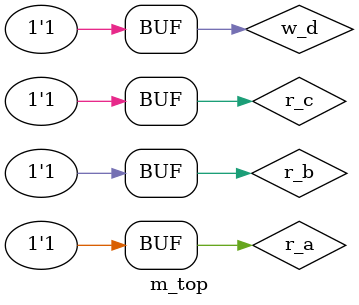
<source format=v>
module m_top();
  reg r_a, r_b, r_c;
  wire w_d;
  assign w_d = r_c ? r_a : r_b;
  initial begin
          r_c<=0; r_a<=0; r_b<=0;
    #100  r_c<=0; r_a<=0; r_b<=1;
    #100  r_c<=0; r_a<=1; r_b<=0;
    #100  r_c<=0; r_a<=1; r_b<=1;
    #100  r_c<=1; r_a<=0; r_b<=0;
    #100  r_c<=1; r_a<=0; r_b<=1;
    #100  r_c<=1; r_a<=1; r_b<=0;
    #100  r_c<=1; r_a<=1; r_b<=1;
  end
  always@(*) #1 $display("%3d %b %b %b %b", $time, r_c, r_a, r_b, w_d);
endmodule

</source>
